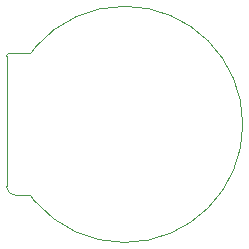
<source format=gm1>
G04 #@! TF.FileFunction,Profile,NP*
%FSLAX46Y46*%
G04 Gerber Fmt 4.6, Leading zero omitted, Abs format (unit mm)*
G04 Created by KiCad (PCBNEW 4.0.6) date Mon Feb  5 06:37:18 2018*
%MOMM*%
%LPD*%
G01*
G04 APERTURE LIST*
%ADD10C,0.100000*%
G04 APERTURE END LIST*
D10*
X150000000Y-95250000D02*
G75*
G03X150750000Y-96000000I750000J0D01*
G01*
X150250000Y-84000000D02*
G75*
G03X150000000Y-84250000I0J-250000D01*
G01*
X152000000Y-96000000D02*
X152450000Y-96560000D01*
X152000000Y-84000000D02*
X152450000Y-83440000D01*
X150750000Y-96000000D02*
X152000000Y-96000000D01*
X150000000Y-84250000D02*
X150000000Y-95250000D01*
X152000000Y-84000000D02*
X150250000Y-84000000D01*
X152451363Y-83441184D02*
G75*
G02X160000000Y-80000000I7548637J-6558816D01*
G01*
X152452904Y-96560590D02*
G75*
G03X160000000Y-100000000I7547096J6560590D01*
G01*
X160000000Y-100000000D02*
G75*
G03X160000000Y-80000000I0J10000000D01*
G01*
M02*

</source>
